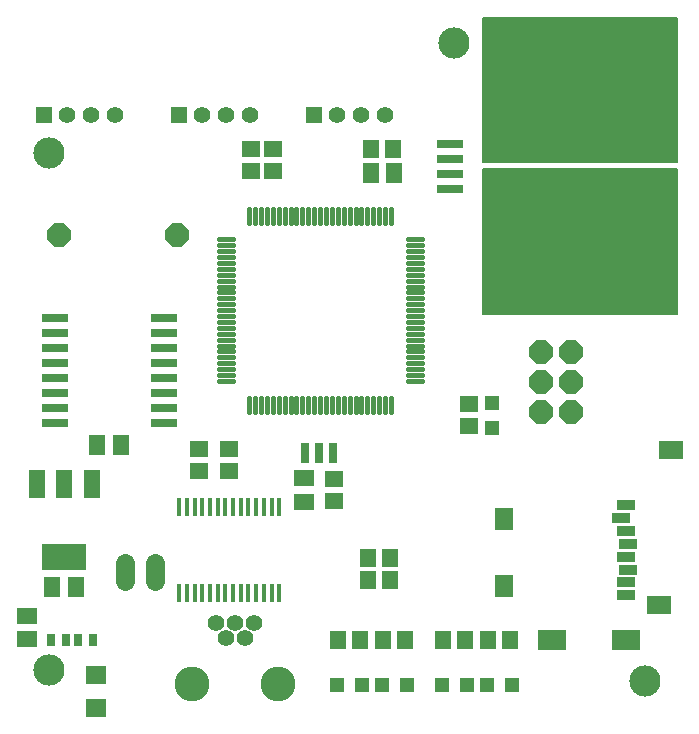
<source format=gts>
G75*
%MOIN*%
%OFA0B0*%
%FSLAX24Y24*%
%IPPOS*%
%LPD*%
%AMOC8*
5,1,8,0,0,1.08239X$1,22.5*
%
%ADD10C,0.0050*%
%ADD11C,0.1040*%
%ADD12R,0.0670X0.0552*%
%ADD13R,0.0552X0.0631*%
%ADD14R,0.0552X0.0670*%
%ADD15R,0.0906X0.0276*%
%ADD16C,0.0158*%
%ADD17R,0.0512X0.0512*%
%ADD18OC8,0.0800*%
%ADD19OC8,0.0780*%
%ADD20R,0.0177X0.0590*%
%ADD21R,0.0631X0.0552*%
%ADD22R,0.0520X0.0920*%
%ADD23R,0.1457X0.0906*%
%ADD24R,0.0591X0.0749*%
%ADD25R,0.0788X0.0591*%
%ADD26R,0.0631X0.0355*%
%ADD27R,0.0555X0.0555*%
%ADD28C,0.0555*%
%ADD29R,0.0316X0.0709*%
%ADD30C,0.3583*%
%ADD31R,0.0946X0.0670*%
%ADD32R,0.0910X0.0280*%
%ADD33C,0.0640*%
%ADD34R,0.0316X0.0394*%
%ADD35R,0.0670X0.0591*%
%ADD36C,0.1162*%
D10*
X021275Y019386D02*
X021275Y024189D01*
X027749Y024189D01*
X027749Y019386D01*
X021275Y019386D01*
X021275Y019420D02*
X027749Y019420D01*
X027749Y019468D02*
X021275Y019468D01*
X021275Y019517D02*
X027749Y019517D01*
X027749Y019565D02*
X021275Y019565D01*
X021275Y019614D02*
X027749Y019614D01*
X027749Y019662D02*
X021275Y019662D01*
X021275Y019711D02*
X027749Y019711D01*
X027749Y019759D02*
X021275Y019759D01*
X021275Y019808D02*
X027749Y019808D01*
X027749Y019856D02*
X021275Y019856D01*
X021275Y019905D02*
X027749Y019905D01*
X027749Y019953D02*
X021275Y019953D01*
X021275Y020002D02*
X027749Y020002D01*
X027749Y020050D02*
X021275Y020050D01*
X021275Y020099D02*
X027749Y020099D01*
X027749Y020147D02*
X021275Y020147D01*
X021275Y020196D02*
X027749Y020196D01*
X027749Y020244D02*
X021275Y020244D01*
X021275Y020293D02*
X027749Y020293D01*
X027749Y020341D02*
X021275Y020341D01*
X021275Y020390D02*
X027749Y020390D01*
X027749Y020438D02*
X021275Y020438D01*
X021275Y020487D02*
X027749Y020487D01*
X027749Y020535D02*
X021275Y020535D01*
X021275Y020584D02*
X027749Y020584D01*
X027749Y020632D02*
X021275Y020632D01*
X021275Y020681D02*
X027749Y020681D01*
X027749Y020729D02*
X021275Y020729D01*
X021275Y020778D02*
X027749Y020778D01*
X027749Y020826D02*
X021275Y020826D01*
X021275Y020875D02*
X027749Y020875D01*
X027749Y020923D02*
X021275Y020923D01*
X021275Y020972D02*
X027749Y020972D01*
X027749Y021020D02*
X021275Y021020D01*
X021275Y021069D02*
X027749Y021069D01*
X027749Y021117D02*
X021275Y021117D01*
X021275Y021166D02*
X027749Y021166D01*
X027749Y021214D02*
X021275Y021214D01*
X021275Y021263D02*
X027749Y021263D01*
X027749Y021311D02*
X021275Y021311D01*
X021275Y021360D02*
X027749Y021360D01*
X027749Y021408D02*
X021275Y021408D01*
X021275Y021457D02*
X027749Y021457D01*
X027749Y021505D02*
X021275Y021505D01*
X021275Y021554D02*
X027749Y021554D01*
X027749Y021602D02*
X021275Y021602D01*
X021275Y021651D02*
X027749Y021651D01*
X027749Y021699D02*
X021275Y021699D01*
X021275Y021748D02*
X027749Y021748D01*
X027749Y021796D02*
X021275Y021796D01*
X021275Y021845D02*
X027749Y021845D01*
X027749Y021893D02*
X021275Y021893D01*
X021275Y021942D02*
X027749Y021942D01*
X027749Y021990D02*
X021275Y021990D01*
X021275Y022039D02*
X027749Y022039D01*
X027749Y022087D02*
X021275Y022087D01*
X021275Y022136D02*
X027749Y022136D01*
X027749Y022184D02*
X021275Y022184D01*
X021275Y022233D02*
X027749Y022233D01*
X027749Y022281D02*
X021275Y022281D01*
X021275Y022330D02*
X027749Y022330D01*
X027749Y022378D02*
X021275Y022378D01*
X021275Y022427D02*
X027749Y022427D01*
X027749Y022475D02*
X021275Y022475D01*
X021275Y022524D02*
X027749Y022524D01*
X027749Y022572D02*
X021275Y022572D01*
X021275Y022621D02*
X027749Y022621D01*
X027749Y022669D02*
X021275Y022669D01*
X021275Y022718D02*
X027749Y022718D01*
X027749Y022766D02*
X021275Y022766D01*
X021275Y022815D02*
X027749Y022815D01*
X027749Y022863D02*
X021275Y022863D01*
X021275Y022912D02*
X027749Y022912D01*
X027749Y022960D02*
X021275Y022960D01*
X021275Y023009D02*
X027749Y023009D01*
X027749Y023057D02*
X021275Y023057D01*
X021275Y023106D02*
X027749Y023106D01*
X027749Y023154D02*
X021275Y023154D01*
X021275Y023203D02*
X027749Y023203D01*
X027749Y023251D02*
X021275Y023251D01*
X021275Y023300D02*
X027749Y023300D01*
X027749Y023348D02*
X021275Y023348D01*
X021275Y023397D02*
X027749Y023397D01*
X027749Y023445D02*
X021275Y023445D01*
X021275Y023494D02*
X027749Y023494D01*
X027749Y023542D02*
X021275Y023542D01*
X021275Y023591D02*
X027749Y023591D01*
X027749Y023639D02*
X021275Y023639D01*
X021275Y023688D02*
X027749Y023688D01*
X027749Y023736D02*
X021275Y023736D01*
X021275Y023785D02*
X027749Y023785D01*
X027749Y023833D02*
X021275Y023833D01*
X021275Y023882D02*
X027749Y023882D01*
X027749Y023930D02*
X021275Y023930D01*
X021275Y023979D02*
X027749Y023979D01*
X027749Y024027D02*
X021275Y024027D01*
X021275Y024076D02*
X027749Y024076D01*
X027749Y024124D02*
X021275Y024124D01*
X021275Y024173D02*
X027749Y024173D01*
X027749Y024425D02*
X021275Y024425D01*
X021275Y029228D01*
X027749Y029228D01*
X027749Y024425D01*
X027749Y024464D02*
X021275Y024464D01*
X021275Y024512D02*
X027749Y024512D01*
X027749Y024561D02*
X021275Y024561D01*
X021275Y024609D02*
X027749Y024609D01*
X027749Y024658D02*
X021275Y024658D01*
X021275Y024706D02*
X027749Y024706D01*
X027749Y024755D02*
X021275Y024755D01*
X021275Y024803D02*
X027749Y024803D01*
X027749Y024852D02*
X021275Y024852D01*
X021275Y024900D02*
X027749Y024900D01*
X027749Y024949D02*
X021275Y024949D01*
X021275Y024997D02*
X027749Y024997D01*
X027749Y025046D02*
X021275Y025046D01*
X021275Y025094D02*
X027749Y025094D01*
X027749Y025143D02*
X021275Y025143D01*
X021275Y025191D02*
X027749Y025191D01*
X027749Y025240D02*
X021275Y025240D01*
X021275Y025288D02*
X027749Y025288D01*
X027749Y025337D02*
X021275Y025337D01*
X021275Y025385D02*
X027749Y025385D01*
X027749Y025434D02*
X021275Y025434D01*
X021275Y025482D02*
X027749Y025482D01*
X027749Y025531D02*
X021275Y025531D01*
X021275Y025579D02*
X027749Y025579D01*
X027749Y025628D02*
X021275Y025628D01*
X021275Y025676D02*
X027749Y025676D01*
X027749Y025725D02*
X021275Y025725D01*
X021275Y025773D02*
X027749Y025773D01*
X027749Y025822D02*
X021275Y025822D01*
X021275Y025870D02*
X027749Y025870D01*
X027749Y025919D02*
X021275Y025919D01*
X021275Y025967D02*
X027749Y025967D01*
X027749Y026016D02*
X021275Y026016D01*
X021275Y026064D02*
X027749Y026064D01*
X027749Y026113D02*
X021275Y026113D01*
X021275Y026161D02*
X027749Y026161D01*
X027749Y026210D02*
X021275Y026210D01*
X021275Y026258D02*
X027749Y026258D01*
X027749Y026307D02*
X021275Y026307D01*
X021275Y026355D02*
X027749Y026355D01*
X027749Y026404D02*
X021275Y026404D01*
X021275Y026452D02*
X027749Y026452D01*
X027749Y026501D02*
X021275Y026501D01*
X021275Y026549D02*
X027749Y026549D01*
X027749Y026598D02*
X021275Y026598D01*
X021275Y026646D02*
X027749Y026646D01*
X027749Y026695D02*
X021275Y026695D01*
X021275Y026743D02*
X027749Y026743D01*
X027749Y026792D02*
X021275Y026792D01*
X021275Y026840D02*
X027749Y026840D01*
X027749Y026889D02*
X021275Y026889D01*
X021275Y026937D02*
X027749Y026937D01*
X027749Y026986D02*
X021275Y026986D01*
X021275Y027034D02*
X027749Y027034D01*
X027749Y027083D02*
X021275Y027083D01*
X021275Y027131D02*
X027749Y027131D01*
X027749Y027180D02*
X021275Y027180D01*
X021275Y027228D02*
X027749Y027228D01*
X027749Y027277D02*
X021275Y027277D01*
X021275Y027325D02*
X027749Y027325D01*
X027749Y027374D02*
X021275Y027374D01*
X021275Y027422D02*
X027749Y027422D01*
X027749Y027471D02*
X021275Y027471D01*
X021275Y027519D02*
X027749Y027519D01*
X027749Y027568D02*
X021275Y027568D01*
X021275Y027616D02*
X027749Y027616D01*
X027749Y027665D02*
X021275Y027665D01*
X021275Y027713D02*
X027749Y027713D01*
X027749Y027762D02*
X021275Y027762D01*
X021275Y027810D02*
X027749Y027810D01*
X027749Y027859D02*
X021275Y027859D01*
X021275Y027907D02*
X027749Y027907D01*
X027749Y027956D02*
X021275Y027956D01*
X021275Y028004D02*
X027749Y028004D01*
X027749Y028053D02*
X021275Y028053D01*
X021275Y028101D02*
X027749Y028101D01*
X027749Y028150D02*
X021275Y028150D01*
X021275Y028198D02*
X027749Y028198D01*
X027749Y028247D02*
X021275Y028247D01*
X021275Y028295D02*
X027749Y028295D01*
X027749Y028344D02*
X021275Y028344D01*
X021275Y028392D02*
X027749Y028392D01*
X027749Y028441D02*
X021275Y028441D01*
X021275Y028489D02*
X027749Y028489D01*
X027749Y028538D02*
X021275Y028538D01*
X021275Y028586D02*
X027749Y028586D01*
X027749Y028635D02*
X021275Y028635D01*
X021275Y028683D02*
X027749Y028683D01*
X027749Y028732D02*
X021275Y028732D01*
X021275Y028780D02*
X027749Y028780D01*
X027749Y028829D02*
X021275Y028829D01*
X021275Y028877D02*
X027749Y028877D01*
X027749Y028926D02*
X021275Y028926D01*
X021275Y028974D02*
X027749Y028974D01*
X027749Y029023D02*
X021275Y029023D01*
X021275Y029071D02*
X027749Y029071D01*
X027749Y029120D02*
X021275Y029120D01*
X021275Y029168D02*
X027749Y029168D01*
X027749Y029217D02*
X021275Y029217D01*
D11*
X006833Y007500D03*
X006833Y024736D03*
X020312Y028417D03*
X026683Y007150D03*
D12*
X015333Y013106D03*
X015333Y013894D03*
X006081Y009315D03*
X006081Y008528D03*
D13*
X016459Y008500D03*
X017207Y008500D03*
X017959Y008500D03*
X018707Y008500D03*
X019959Y008500D03*
X020707Y008500D03*
X021459Y008500D03*
X022207Y008500D03*
X018207Y010500D03*
X017459Y010500D03*
X017459Y011250D03*
X018207Y011250D03*
X018294Y024870D03*
X017546Y024870D03*
D14*
X017550Y024083D03*
X018337Y024083D03*
X009227Y015000D03*
X008440Y015000D03*
X007723Y010287D03*
X006936Y010287D03*
D15*
X007022Y015750D03*
X007022Y016250D03*
X007022Y016750D03*
X007022Y017250D03*
X007022Y017750D03*
X007022Y018250D03*
X007022Y018750D03*
X007022Y019250D03*
X010644Y019250D03*
X010644Y018750D03*
X010644Y018250D03*
X010644Y017750D03*
X010644Y017250D03*
X010644Y016750D03*
X010644Y016250D03*
X010644Y015750D03*
D16*
X012475Y017138D02*
X012947Y017138D01*
X012947Y017335D02*
X012475Y017335D01*
X012475Y017531D02*
X012947Y017531D01*
X012947Y017728D02*
X012475Y017728D01*
X012475Y017925D02*
X012947Y017925D01*
X012947Y018122D02*
X012475Y018122D01*
X012475Y018319D02*
X012947Y018319D01*
X012947Y018516D02*
X012475Y018516D01*
X012475Y018713D02*
X012947Y018713D01*
X012947Y018909D02*
X012475Y018909D01*
X012475Y019106D02*
X012947Y019106D01*
X012947Y019303D02*
X012475Y019303D01*
X012475Y019500D02*
X012947Y019500D01*
X012947Y019697D02*
X012475Y019697D01*
X012475Y019894D02*
X012947Y019894D01*
X012947Y020091D02*
X012475Y020091D01*
X012475Y020287D02*
X012947Y020287D01*
X012947Y020484D02*
X012475Y020484D01*
X012475Y020681D02*
X012947Y020681D01*
X012947Y020878D02*
X012475Y020878D01*
X012475Y021075D02*
X012947Y021075D01*
X012947Y021272D02*
X012475Y021272D01*
X012475Y021469D02*
X012947Y021469D01*
X012947Y021665D02*
X012475Y021665D01*
X012475Y021862D02*
X012947Y021862D01*
X013499Y022414D02*
X013499Y022886D01*
X013696Y022886D02*
X013696Y022414D01*
X013892Y022414D02*
X013892Y022886D01*
X014089Y022886D02*
X014089Y022414D01*
X014286Y022414D02*
X014286Y022886D01*
X014483Y022886D02*
X014483Y022414D01*
X014680Y022414D02*
X014680Y022886D01*
X014877Y022886D02*
X014877Y022414D01*
X015073Y022414D02*
X015073Y022886D01*
X015270Y022886D02*
X015270Y022414D01*
X015467Y022414D02*
X015467Y022886D01*
X015664Y022886D02*
X015664Y022414D01*
X015861Y022414D02*
X015861Y022886D01*
X016058Y022886D02*
X016058Y022414D01*
X016255Y022414D02*
X016255Y022886D01*
X016451Y022886D02*
X016451Y022414D01*
X016648Y022414D02*
X016648Y022886D01*
X016845Y022886D02*
X016845Y022414D01*
X017042Y022414D02*
X017042Y022886D01*
X017239Y022886D02*
X017239Y022414D01*
X017436Y022414D02*
X017436Y022886D01*
X017633Y022886D02*
X017633Y022414D01*
X017829Y022414D02*
X017829Y022886D01*
X018026Y022886D02*
X018026Y022414D01*
X018223Y022414D02*
X018223Y022886D01*
X018774Y021862D02*
X019246Y021862D01*
X019246Y021665D02*
X018774Y021665D01*
X018774Y021469D02*
X019246Y021469D01*
X019246Y021272D02*
X018774Y021272D01*
X018774Y021075D02*
X019246Y021075D01*
X019246Y020878D02*
X018774Y020878D01*
X018774Y020681D02*
X019246Y020681D01*
X019246Y020484D02*
X018774Y020484D01*
X018774Y020287D02*
X019246Y020287D01*
X019246Y020091D02*
X018774Y020091D01*
X018774Y019894D02*
X019246Y019894D01*
X019246Y019697D02*
X018774Y019697D01*
X018774Y019500D02*
X019246Y019500D01*
X019246Y019303D02*
X018774Y019303D01*
X018774Y019106D02*
X019246Y019106D01*
X019246Y018909D02*
X018774Y018909D01*
X018774Y018713D02*
X019246Y018713D01*
X019246Y018516D02*
X018774Y018516D01*
X018774Y018319D02*
X019246Y018319D01*
X019246Y018122D02*
X018774Y018122D01*
X018774Y017925D02*
X019246Y017925D01*
X019246Y017728D02*
X018774Y017728D01*
X018774Y017531D02*
X019246Y017531D01*
X019246Y017335D02*
X018774Y017335D01*
X018774Y017138D02*
X019246Y017138D01*
X018223Y016586D02*
X018223Y016114D01*
X018026Y016114D02*
X018026Y016586D01*
X017829Y016586D02*
X017829Y016114D01*
X017633Y016114D02*
X017633Y016586D01*
X017436Y016586D02*
X017436Y016114D01*
X017239Y016114D02*
X017239Y016586D01*
X017042Y016586D02*
X017042Y016114D01*
X016845Y016114D02*
X016845Y016586D01*
X016648Y016586D02*
X016648Y016114D01*
X016451Y016114D02*
X016451Y016586D01*
X016255Y016586D02*
X016255Y016114D01*
X016058Y016114D02*
X016058Y016586D01*
X015861Y016586D02*
X015861Y016114D01*
X015664Y016114D02*
X015664Y016586D01*
X015467Y016586D02*
X015467Y016114D01*
X015270Y016114D02*
X015270Y016586D01*
X015073Y016586D02*
X015073Y016114D01*
X014877Y016114D02*
X014877Y016586D01*
X014680Y016586D02*
X014680Y016114D01*
X014483Y016114D02*
X014483Y016586D01*
X014286Y016586D02*
X014286Y016114D01*
X014089Y016114D02*
X014089Y016586D01*
X013892Y016586D02*
X013892Y016114D01*
X013696Y016114D02*
X013696Y016586D01*
X013499Y016586D02*
X013499Y016114D01*
D17*
X021597Y016413D03*
X021597Y015587D03*
X021420Y007000D03*
X020747Y007000D03*
X019920Y007000D03*
X018747Y007000D03*
X017920Y007000D03*
X017247Y007000D03*
X016420Y007000D03*
X022247Y007000D03*
D18*
X011093Y022000D03*
X007156Y022000D03*
D19*
X023233Y018100D03*
X024233Y018100D03*
X024233Y017100D03*
X023233Y017100D03*
X023233Y016100D03*
X024233Y016100D03*
D20*
X014497Y012939D03*
X014241Y012939D03*
X013985Y012939D03*
X013729Y012939D03*
X013473Y012939D03*
X013217Y012939D03*
X012961Y012939D03*
X012705Y012939D03*
X012449Y012939D03*
X012194Y012939D03*
X011938Y012939D03*
X011682Y012939D03*
X011426Y012939D03*
X011170Y012939D03*
X011170Y010061D03*
X011426Y010061D03*
X011682Y010061D03*
X011938Y010061D03*
X012194Y010061D03*
X012449Y010061D03*
X012705Y010061D03*
X012961Y010061D03*
X013217Y010061D03*
X013473Y010061D03*
X013729Y010061D03*
X013985Y010061D03*
X014241Y010061D03*
X014497Y010061D03*
D21*
X016333Y013126D03*
X016333Y013874D03*
X012833Y014126D03*
X011833Y014126D03*
X011833Y014874D03*
X012833Y014874D03*
X020833Y015626D03*
X020833Y016374D03*
X014295Y024126D03*
X013552Y024126D03*
X013552Y024874D03*
X014295Y024874D03*
D22*
X008243Y013720D03*
X007333Y013720D03*
X006423Y013720D03*
D23*
X007333Y011280D03*
D24*
X021991Y010307D03*
X021991Y012551D03*
D25*
X027168Y009677D03*
X027562Y014854D03*
D26*
X026046Y013020D03*
X025888Y012587D03*
X026046Y012154D03*
X026125Y011720D03*
X026046Y011287D03*
X026125Y010854D03*
X026046Y010421D03*
X026046Y009988D03*
D27*
X015652Y026000D03*
X011152Y026000D03*
X006652Y026000D03*
D28*
X007440Y026000D03*
X008227Y026000D03*
X009014Y026000D03*
X011940Y026000D03*
X012727Y026000D03*
X013514Y026000D03*
X016440Y026000D03*
X017227Y026000D03*
X018014Y026000D03*
X013663Y009058D03*
X013348Y008585D03*
X013033Y009058D03*
X012718Y008585D03*
X012403Y009058D03*
D29*
X015361Y014750D03*
X015833Y014750D03*
X016306Y014750D03*
D30*
X024231Y021354D03*
X024231Y027260D03*
D31*
X023593Y008500D03*
X026073Y008500D03*
D32*
X022257Y023553D03*
X022257Y024053D03*
X022257Y024553D03*
X022257Y025053D03*
X020197Y025053D03*
X020197Y024553D03*
X020197Y024053D03*
X020197Y023553D03*
D33*
X010367Y011071D02*
X010367Y010471D01*
X009367Y010471D02*
X009367Y011071D01*
D34*
X008289Y008500D03*
X007777Y008500D03*
X007389Y008500D03*
X006877Y008500D03*
D35*
X008383Y007351D03*
X008383Y006249D03*
D36*
X011596Y007050D03*
X014470Y007050D03*
M02*

</source>
